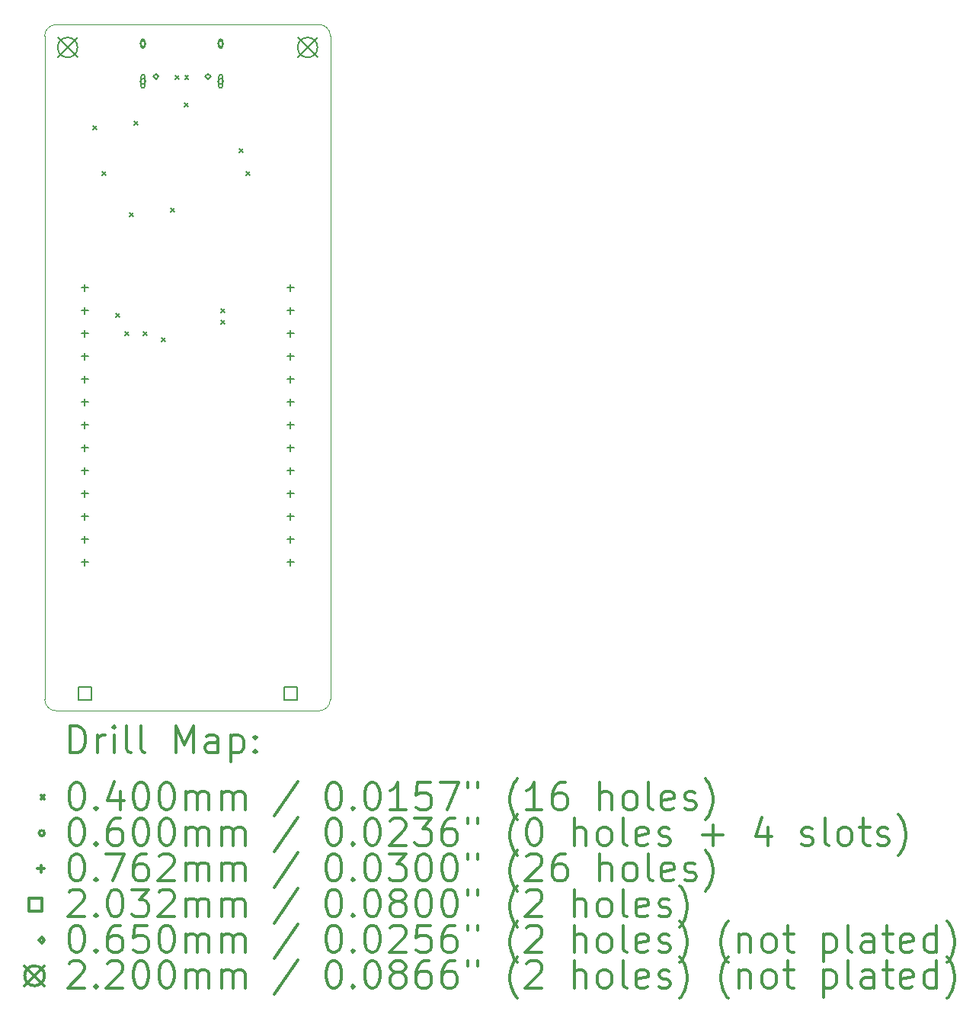
<source format=gbr>
%FSLAX45Y45*%
G04 Gerber Fmt 4.5, Leading zero omitted, Abs format (unit mm)*
G04 Created by KiCad (PCBNEW 5.1.10-88a1d61d58~88~ubuntu20.04.1) date 2021-06-06 21:07:58*
%MOMM*%
%LPD*%
G01*
G04 APERTURE LIST*
%TA.AperFunction,Profile*%
%ADD10C,0.050000*%
%TD*%
%ADD11C,0.200000*%
%ADD12C,0.300000*%
G04 APERTURE END LIST*
D10*
X5080000Y-4572000D02*
G75*
G02*
X5207000Y-4445000I127000J0D01*
G01*
X5207000Y-12065000D02*
G75*
G02*
X5080000Y-11938000I0J127000D01*
G01*
X8255000Y-11938000D02*
G75*
G02*
X8128000Y-12065000I-127000J0D01*
G01*
X8128000Y-4445000D02*
G75*
G02*
X8255000Y-4572000I0J-127000D01*
G01*
X5080000Y-4572000D02*
X5080000Y-11938000D01*
X8128000Y-4445000D02*
X5207000Y-4445000D01*
X8255000Y-11938000D02*
X8255000Y-4572000D01*
X5207000Y-12065000D02*
X8128000Y-12065000D01*
D11*
X5618800Y-5568000D02*
X5658800Y-5608000D01*
X5658800Y-5568000D02*
X5618800Y-5608000D01*
X5720400Y-6076000D02*
X5760400Y-6116000D01*
X5760400Y-6076000D02*
X5720400Y-6116000D01*
X5872800Y-7650800D02*
X5912800Y-7690800D01*
X5912800Y-7650800D02*
X5872800Y-7690800D01*
X5974400Y-7854000D02*
X6014400Y-7894000D01*
X6014400Y-7854000D02*
X5974400Y-7894000D01*
X6025200Y-6533200D02*
X6065200Y-6573200D01*
X6065200Y-6533200D02*
X6025200Y-6573200D01*
X6076000Y-5517200D02*
X6116000Y-5557200D01*
X6116000Y-5517200D02*
X6076000Y-5557200D01*
X6177600Y-7854000D02*
X6217600Y-7894000D01*
X6217600Y-7854000D02*
X6177600Y-7894000D01*
X6380800Y-7926500D02*
X6420800Y-7966500D01*
X6420800Y-7926500D02*
X6380800Y-7966500D01*
X6482400Y-6482400D02*
X6522400Y-6522400D01*
X6522400Y-6482400D02*
X6482400Y-6522400D01*
X6533200Y-5009200D02*
X6573200Y-5049200D01*
X6573200Y-5009200D02*
X6533200Y-5049200D01*
X6634800Y-5314000D02*
X6674800Y-5354000D01*
X6674800Y-5314000D02*
X6634800Y-5354000D01*
X6637524Y-5010993D02*
X6677524Y-5050993D01*
X6677524Y-5010993D02*
X6637524Y-5050993D01*
X7041200Y-7600000D02*
X7081200Y-7640000D01*
X7081200Y-7600000D02*
X7041200Y-7640000D01*
X7041200Y-7731699D02*
X7081200Y-7771699D01*
X7081200Y-7731699D02*
X7041200Y-7771699D01*
X7244400Y-5822000D02*
X7284400Y-5862000D01*
X7284400Y-5822000D02*
X7244400Y-5862000D01*
X7316900Y-6076000D02*
X7356900Y-6116000D01*
X7356900Y-6076000D02*
X7316900Y-6116000D01*
X6202000Y-4657500D02*
G75*
G03*
X6202000Y-4657500I-30000J0D01*
G01*
X6192000Y-4687500D02*
X6192000Y-4627500D01*
X6152000Y-4687500D02*
X6152000Y-4627500D01*
X6192000Y-4627500D02*
G75*
G03*
X6152000Y-4627500I-20000J0D01*
G01*
X6152000Y-4687500D02*
G75*
G03*
X6192000Y-4687500I20000J0D01*
G01*
X6202000Y-5075500D02*
G75*
G03*
X6202000Y-5075500I-30000J0D01*
G01*
X6192000Y-5130500D02*
X6192000Y-5020500D01*
X6152000Y-5130500D02*
X6152000Y-5020500D01*
X6192000Y-5020500D02*
G75*
G03*
X6152000Y-5020500I-20000J0D01*
G01*
X6152000Y-5130500D02*
G75*
G03*
X6192000Y-5130500I20000J0D01*
G01*
X7066000Y-4657500D02*
G75*
G03*
X7066000Y-4657500I-30000J0D01*
G01*
X7056000Y-4687500D02*
X7056000Y-4627500D01*
X7016000Y-4687500D02*
X7016000Y-4627500D01*
X7056000Y-4627500D02*
G75*
G03*
X7016000Y-4627500I-20000J0D01*
G01*
X7016000Y-4687500D02*
G75*
G03*
X7056000Y-4687500I20000J0D01*
G01*
X7066000Y-5075500D02*
G75*
G03*
X7066000Y-5075500I-30000J0D01*
G01*
X7056000Y-5130500D02*
X7056000Y-5020500D01*
X7016000Y-5130500D02*
X7016000Y-5020500D01*
X7056000Y-5020500D02*
G75*
G03*
X7016000Y-5020500I-20000J0D01*
G01*
X7016000Y-5130500D02*
G75*
G03*
X7056000Y-5130500I20000J0D01*
G01*
X5524500Y-7327900D02*
X5524500Y-7404100D01*
X5486400Y-7366000D02*
X5562600Y-7366000D01*
X5524500Y-7581900D02*
X5524500Y-7658100D01*
X5486400Y-7620000D02*
X5562600Y-7620000D01*
X5524500Y-7835900D02*
X5524500Y-7912100D01*
X5486400Y-7874000D02*
X5562600Y-7874000D01*
X5524500Y-8089900D02*
X5524500Y-8166100D01*
X5486400Y-8128000D02*
X5562600Y-8128000D01*
X5524500Y-8343900D02*
X5524500Y-8420100D01*
X5486400Y-8382000D02*
X5562600Y-8382000D01*
X5524500Y-8597900D02*
X5524500Y-8674100D01*
X5486400Y-8636000D02*
X5562600Y-8636000D01*
X5524500Y-8851900D02*
X5524500Y-8928100D01*
X5486400Y-8890000D02*
X5562600Y-8890000D01*
X5524500Y-9105900D02*
X5524500Y-9182100D01*
X5486400Y-9144000D02*
X5562600Y-9144000D01*
X5524500Y-9359900D02*
X5524500Y-9436100D01*
X5486400Y-9398000D02*
X5562600Y-9398000D01*
X5524500Y-9613900D02*
X5524500Y-9690100D01*
X5486400Y-9652000D02*
X5562600Y-9652000D01*
X5524500Y-9867900D02*
X5524500Y-9944100D01*
X5486400Y-9906000D02*
X5562600Y-9906000D01*
X5524500Y-10121900D02*
X5524500Y-10198100D01*
X5486400Y-10160000D02*
X5562600Y-10160000D01*
X5524500Y-10375900D02*
X5524500Y-10452100D01*
X5486400Y-10414000D02*
X5562600Y-10414000D01*
X7810500Y-7327900D02*
X7810500Y-7404100D01*
X7772400Y-7366000D02*
X7848600Y-7366000D01*
X7810500Y-7581900D02*
X7810500Y-7658100D01*
X7772400Y-7620000D02*
X7848600Y-7620000D01*
X7810500Y-7835900D02*
X7810500Y-7912100D01*
X7772400Y-7874000D02*
X7848600Y-7874000D01*
X7810500Y-8089900D02*
X7810500Y-8166100D01*
X7772400Y-8128000D02*
X7848600Y-8128000D01*
X7810500Y-8343900D02*
X7810500Y-8420100D01*
X7772400Y-8382000D02*
X7848600Y-8382000D01*
X7810500Y-8597900D02*
X7810500Y-8674100D01*
X7772400Y-8636000D02*
X7848600Y-8636000D01*
X7810500Y-8851900D02*
X7810500Y-8928100D01*
X7772400Y-8890000D02*
X7848600Y-8890000D01*
X7810500Y-9105900D02*
X7810500Y-9182100D01*
X7772400Y-9144000D02*
X7848600Y-9144000D01*
X7810500Y-9359900D02*
X7810500Y-9436100D01*
X7772400Y-9398000D02*
X7848600Y-9398000D01*
X7810500Y-9613900D02*
X7810500Y-9690100D01*
X7772400Y-9652000D02*
X7848600Y-9652000D01*
X7810500Y-9867900D02*
X7810500Y-9944100D01*
X7772400Y-9906000D02*
X7848600Y-9906000D01*
X7810500Y-10121900D02*
X7810500Y-10198100D01*
X7772400Y-10160000D02*
X7848600Y-10160000D01*
X7810500Y-10375900D02*
X7810500Y-10452100D01*
X7772400Y-10414000D02*
X7848600Y-10414000D01*
X5596343Y-11946343D02*
X5596343Y-11802657D01*
X5452657Y-11802657D01*
X5452657Y-11946343D01*
X5596343Y-11946343D01*
X7882343Y-11946343D02*
X7882343Y-11802657D01*
X7738657Y-11802657D01*
X7738657Y-11946343D01*
X7882343Y-11946343D01*
X6315000Y-5055000D02*
X6347500Y-5022500D01*
X6315000Y-4990000D01*
X6282500Y-5022500D01*
X6315000Y-5055000D01*
X6893000Y-5055000D02*
X6925500Y-5022500D01*
X6893000Y-4990000D01*
X6860500Y-5022500D01*
X6893000Y-5055000D01*
X5224000Y-4589000D02*
X5444000Y-4809000D01*
X5444000Y-4589000D02*
X5224000Y-4809000D01*
X5444000Y-4699000D02*
G75*
G03*
X5444000Y-4699000I-110000J0D01*
G01*
X7891000Y-4589000D02*
X8111000Y-4809000D01*
X8111000Y-4589000D02*
X7891000Y-4809000D01*
X8111000Y-4699000D02*
G75*
G03*
X8111000Y-4699000I-110000J0D01*
G01*
D12*
X5363928Y-12533214D02*
X5363928Y-12233214D01*
X5435357Y-12233214D01*
X5478214Y-12247500D01*
X5506786Y-12276071D01*
X5521071Y-12304643D01*
X5535357Y-12361786D01*
X5535357Y-12404643D01*
X5521071Y-12461786D01*
X5506786Y-12490357D01*
X5478214Y-12518929D01*
X5435357Y-12533214D01*
X5363928Y-12533214D01*
X5663928Y-12533214D02*
X5663928Y-12333214D01*
X5663928Y-12390357D02*
X5678214Y-12361786D01*
X5692500Y-12347500D01*
X5721071Y-12333214D01*
X5749643Y-12333214D01*
X5849643Y-12533214D02*
X5849643Y-12333214D01*
X5849643Y-12233214D02*
X5835357Y-12247500D01*
X5849643Y-12261786D01*
X5863928Y-12247500D01*
X5849643Y-12233214D01*
X5849643Y-12261786D01*
X6035357Y-12533214D02*
X6006786Y-12518929D01*
X5992500Y-12490357D01*
X5992500Y-12233214D01*
X6192500Y-12533214D02*
X6163928Y-12518929D01*
X6149643Y-12490357D01*
X6149643Y-12233214D01*
X6535357Y-12533214D02*
X6535357Y-12233214D01*
X6635357Y-12447500D01*
X6735357Y-12233214D01*
X6735357Y-12533214D01*
X7006786Y-12533214D02*
X7006786Y-12376071D01*
X6992500Y-12347500D01*
X6963928Y-12333214D01*
X6906786Y-12333214D01*
X6878214Y-12347500D01*
X7006786Y-12518929D02*
X6978214Y-12533214D01*
X6906786Y-12533214D01*
X6878214Y-12518929D01*
X6863928Y-12490357D01*
X6863928Y-12461786D01*
X6878214Y-12433214D01*
X6906786Y-12418929D01*
X6978214Y-12418929D01*
X7006786Y-12404643D01*
X7149643Y-12333214D02*
X7149643Y-12633214D01*
X7149643Y-12347500D02*
X7178214Y-12333214D01*
X7235357Y-12333214D01*
X7263928Y-12347500D01*
X7278214Y-12361786D01*
X7292500Y-12390357D01*
X7292500Y-12476071D01*
X7278214Y-12504643D01*
X7263928Y-12518929D01*
X7235357Y-12533214D01*
X7178214Y-12533214D01*
X7149643Y-12518929D01*
X7421071Y-12504643D02*
X7435357Y-12518929D01*
X7421071Y-12533214D01*
X7406786Y-12518929D01*
X7421071Y-12504643D01*
X7421071Y-12533214D01*
X7421071Y-12347500D02*
X7435357Y-12361786D01*
X7421071Y-12376071D01*
X7406786Y-12361786D01*
X7421071Y-12347500D01*
X7421071Y-12376071D01*
X5037500Y-13007500D02*
X5077500Y-13047500D01*
X5077500Y-13007500D02*
X5037500Y-13047500D01*
X5421071Y-12863214D02*
X5449643Y-12863214D01*
X5478214Y-12877500D01*
X5492500Y-12891786D01*
X5506786Y-12920357D01*
X5521071Y-12977500D01*
X5521071Y-13048929D01*
X5506786Y-13106071D01*
X5492500Y-13134643D01*
X5478214Y-13148929D01*
X5449643Y-13163214D01*
X5421071Y-13163214D01*
X5392500Y-13148929D01*
X5378214Y-13134643D01*
X5363928Y-13106071D01*
X5349643Y-13048929D01*
X5349643Y-12977500D01*
X5363928Y-12920357D01*
X5378214Y-12891786D01*
X5392500Y-12877500D01*
X5421071Y-12863214D01*
X5649643Y-13134643D02*
X5663928Y-13148929D01*
X5649643Y-13163214D01*
X5635357Y-13148929D01*
X5649643Y-13134643D01*
X5649643Y-13163214D01*
X5921071Y-12963214D02*
X5921071Y-13163214D01*
X5849643Y-12848929D02*
X5778214Y-13063214D01*
X5963928Y-13063214D01*
X6135357Y-12863214D02*
X6163928Y-12863214D01*
X6192500Y-12877500D01*
X6206786Y-12891786D01*
X6221071Y-12920357D01*
X6235357Y-12977500D01*
X6235357Y-13048929D01*
X6221071Y-13106071D01*
X6206786Y-13134643D01*
X6192500Y-13148929D01*
X6163928Y-13163214D01*
X6135357Y-13163214D01*
X6106786Y-13148929D01*
X6092500Y-13134643D01*
X6078214Y-13106071D01*
X6063928Y-13048929D01*
X6063928Y-12977500D01*
X6078214Y-12920357D01*
X6092500Y-12891786D01*
X6106786Y-12877500D01*
X6135357Y-12863214D01*
X6421071Y-12863214D02*
X6449643Y-12863214D01*
X6478214Y-12877500D01*
X6492500Y-12891786D01*
X6506786Y-12920357D01*
X6521071Y-12977500D01*
X6521071Y-13048929D01*
X6506786Y-13106071D01*
X6492500Y-13134643D01*
X6478214Y-13148929D01*
X6449643Y-13163214D01*
X6421071Y-13163214D01*
X6392500Y-13148929D01*
X6378214Y-13134643D01*
X6363928Y-13106071D01*
X6349643Y-13048929D01*
X6349643Y-12977500D01*
X6363928Y-12920357D01*
X6378214Y-12891786D01*
X6392500Y-12877500D01*
X6421071Y-12863214D01*
X6649643Y-13163214D02*
X6649643Y-12963214D01*
X6649643Y-12991786D02*
X6663928Y-12977500D01*
X6692500Y-12963214D01*
X6735357Y-12963214D01*
X6763928Y-12977500D01*
X6778214Y-13006071D01*
X6778214Y-13163214D01*
X6778214Y-13006071D02*
X6792500Y-12977500D01*
X6821071Y-12963214D01*
X6863928Y-12963214D01*
X6892500Y-12977500D01*
X6906786Y-13006071D01*
X6906786Y-13163214D01*
X7049643Y-13163214D02*
X7049643Y-12963214D01*
X7049643Y-12991786D02*
X7063928Y-12977500D01*
X7092500Y-12963214D01*
X7135357Y-12963214D01*
X7163928Y-12977500D01*
X7178214Y-13006071D01*
X7178214Y-13163214D01*
X7178214Y-13006071D02*
X7192500Y-12977500D01*
X7221071Y-12963214D01*
X7263928Y-12963214D01*
X7292500Y-12977500D01*
X7306786Y-13006071D01*
X7306786Y-13163214D01*
X7892500Y-12848929D02*
X7635357Y-13234643D01*
X8278214Y-12863214D02*
X8306786Y-12863214D01*
X8335357Y-12877500D01*
X8349643Y-12891786D01*
X8363928Y-12920357D01*
X8378214Y-12977500D01*
X8378214Y-13048929D01*
X8363928Y-13106071D01*
X8349643Y-13134643D01*
X8335357Y-13148929D01*
X8306786Y-13163214D01*
X8278214Y-13163214D01*
X8249643Y-13148929D01*
X8235357Y-13134643D01*
X8221071Y-13106071D01*
X8206786Y-13048929D01*
X8206786Y-12977500D01*
X8221071Y-12920357D01*
X8235357Y-12891786D01*
X8249643Y-12877500D01*
X8278214Y-12863214D01*
X8506786Y-13134643D02*
X8521071Y-13148929D01*
X8506786Y-13163214D01*
X8492500Y-13148929D01*
X8506786Y-13134643D01*
X8506786Y-13163214D01*
X8706786Y-12863214D02*
X8735357Y-12863214D01*
X8763928Y-12877500D01*
X8778214Y-12891786D01*
X8792500Y-12920357D01*
X8806786Y-12977500D01*
X8806786Y-13048929D01*
X8792500Y-13106071D01*
X8778214Y-13134643D01*
X8763928Y-13148929D01*
X8735357Y-13163214D01*
X8706786Y-13163214D01*
X8678214Y-13148929D01*
X8663928Y-13134643D01*
X8649643Y-13106071D01*
X8635357Y-13048929D01*
X8635357Y-12977500D01*
X8649643Y-12920357D01*
X8663928Y-12891786D01*
X8678214Y-12877500D01*
X8706786Y-12863214D01*
X9092500Y-13163214D02*
X8921071Y-13163214D01*
X9006786Y-13163214D02*
X9006786Y-12863214D01*
X8978214Y-12906071D01*
X8949643Y-12934643D01*
X8921071Y-12948929D01*
X9363928Y-12863214D02*
X9221071Y-12863214D01*
X9206786Y-13006071D01*
X9221071Y-12991786D01*
X9249643Y-12977500D01*
X9321071Y-12977500D01*
X9349643Y-12991786D01*
X9363928Y-13006071D01*
X9378214Y-13034643D01*
X9378214Y-13106071D01*
X9363928Y-13134643D01*
X9349643Y-13148929D01*
X9321071Y-13163214D01*
X9249643Y-13163214D01*
X9221071Y-13148929D01*
X9206786Y-13134643D01*
X9478214Y-12863214D02*
X9678214Y-12863214D01*
X9549643Y-13163214D01*
X9778214Y-12863214D02*
X9778214Y-12920357D01*
X9892500Y-12863214D02*
X9892500Y-12920357D01*
X10335357Y-13277500D02*
X10321071Y-13263214D01*
X10292500Y-13220357D01*
X10278214Y-13191786D01*
X10263928Y-13148929D01*
X10249643Y-13077500D01*
X10249643Y-13020357D01*
X10263928Y-12948929D01*
X10278214Y-12906071D01*
X10292500Y-12877500D01*
X10321071Y-12834643D01*
X10335357Y-12820357D01*
X10606786Y-13163214D02*
X10435357Y-13163214D01*
X10521071Y-13163214D02*
X10521071Y-12863214D01*
X10492500Y-12906071D01*
X10463928Y-12934643D01*
X10435357Y-12948929D01*
X10863928Y-12863214D02*
X10806786Y-12863214D01*
X10778214Y-12877500D01*
X10763928Y-12891786D01*
X10735357Y-12934643D01*
X10721071Y-12991786D01*
X10721071Y-13106071D01*
X10735357Y-13134643D01*
X10749643Y-13148929D01*
X10778214Y-13163214D01*
X10835357Y-13163214D01*
X10863928Y-13148929D01*
X10878214Y-13134643D01*
X10892500Y-13106071D01*
X10892500Y-13034643D01*
X10878214Y-13006071D01*
X10863928Y-12991786D01*
X10835357Y-12977500D01*
X10778214Y-12977500D01*
X10749643Y-12991786D01*
X10735357Y-13006071D01*
X10721071Y-13034643D01*
X11249643Y-13163214D02*
X11249643Y-12863214D01*
X11378214Y-13163214D02*
X11378214Y-13006071D01*
X11363928Y-12977500D01*
X11335357Y-12963214D01*
X11292500Y-12963214D01*
X11263928Y-12977500D01*
X11249643Y-12991786D01*
X11563928Y-13163214D02*
X11535357Y-13148929D01*
X11521071Y-13134643D01*
X11506786Y-13106071D01*
X11506786Y-13020357D01*
X11521071Y-12991786D01*
X11535357Y-12977500D01*
X11563928Y-12963214D01*
X11606786Y-12963214D01*
X11635357Y-12977500D01*
X11649643Y-12991786D01*
X11663928Y-13020357D01*
X11663928Y-13106071D01*
X11649643Y-13134643D01*
X11635357Y-13148929D01*
X11606786Y-13163214D01*
X11563928Y-13163214D01*
X11835357Y-13163214D02*
X11806786Y-13148929D01*
X11792500Y-13120357D01*
X11792500Y-12863214D01*
X12063928Y-13148929D02*
X12035357Y-13163214D01*
X11978214Y-13163214D01*
X11949643Y-13148929D01*
X11935357Y-13120357D01*
X11935357Y-13006071D01*
X11949643Y-12977500D01*
X11978214Y-12963214D01*
X12035357Y-12963214D01*
X12063928Y-12977500D01*
X12078214Y-13006071D01*
X12078214Y-13034643D01*
X11935357Y-13063214D01*
X12192500Y-13148929D02*
X12221071Y-13163214D01*
X12278214Y-13163214D01*
X12306786Y-13148929D01*
X12321071Y-13120357D01*
X12321071Y-13106071D01*
X12306786Y-13077500D01*
X12278214Y-13063214D01*
X12235357Y-13063214D01*
X12206786Y-13048929D01*
X12192500Y-13020357D01*
X12192500Y-13006071D01*
X12206786Y-12977500D01*
X12235357Y-12963214D01*
X12278214Y-12963214D01*
X12306786Y-12977500D01*
X12421071Y-13277500D02*
X12435357Y-13263214D01*
X12463928Y-13220357D01*
X12478214Y-13191786D01*
X12492500Y-13148929D01*
X12506786Y-13077500D01*
X12506786Y-13020357D01*
X12492500Y-12948929D01*
X12478214Y-12906071D01*
X12463928Y-12877500D01*
X12435357Y-12834643D01*
X12421071Y-12820357D01*
X5077500Y-13423500D02*
G75*
G03*
X5077500Y-13423500I-30000J0D01*
G01*
X5421071Y-13259214D02*
X5449643Y-13259214D01*
X5478214Y-13273500D01*
X5492500Y-13287786D01*
X5506786Y-13316357D01*
X5521071Y-13373500D01*
X5521071Y-13444929D01*
X5506786Y-13502071D01*
X5492500Y-13530643D01*
X5478214Y-13544929D01*
X5449643Y-13559214D01*
X5421071Y-13559214D01*
X5392500Y-13544929D01*
X5378214Y-13530643D01*
X5363928Y-13502071D01*
X5349643Y-13444929D01*
X5349643Y-13373500D01*
X5363928Y-13316357D01*
X5378214Y-13287786D01*
X5392500Y-13273500D01*
X5421071Y-13259214D01*
X5649643Y-13530643D02*
X5663928Y-13544929D01*
X5649643Y-13559214D01*
X5635357Y-13544929D01*
X5649643Y-13530643D01*
X5649643Y-13559214D01*
X5921071Y-13259214D02*
X5863928Y-13259214D01*
X5835357Y-13273500D01*
X5821071Y-13287786D01*
X5792500Y-13330643D01*
X5778214Y-13387786D01*
X5778214Y-13502071D01*
X5792500Y-13530643D01*
X5806786Y-13544929D01*
X5835357Y-13559214D01*
X5892500Y-13559214D01*
X5921071Y-13544929D01*
X5935357Y-13530643D01*
X5949643Y-13502071D01*
X5949643Y-13430643D01*
X5935357Y-13402071D01*
X5921071Y-13387786D01*
X5892500Y-13373500D01*
X5835357Y-13373500D01*
X5806786Y-13387786D01*
X5792500Y-13402071D01*
X5778214Y-13430643D01*
X6135357Y-13259214D02*
X6163928Y-13259214D01*
X6192500Y-13273500D01*
X6206786Y-13287786D01*
X6221071Y-13316357D01*
X6235357Y-13373500D01*
X6235357Y-13444929D01*
X6221071Y-13502071D01*
X6206786Y-13530643D01*
X6192500Y-13544929D01*
X6163928Y-13559214D01*
X6135357Y-13559214D01*
X6106786Y-13544929D01*
X6092500Y-13530643D01*
X6078214Y-13502071D01*
X6063928Y-13444929D01*
X6063928Y-13373500D01*
X6078214Y-13316357D01*
X6092500Y-13287786D01*
X6106786Y-13273500D01*
X6135357Y-13259214D01*
X6421071Y-13259214D02*
X6449643Y-13259214D01*
X6478214Y-13273500D01*
X6492500Y-13287786D01*
X6506786Y-13316357D01*
X6521071Y-13373500D01*
X6521071Y-13444929D01*
X6506786Y-13502071D01*
X6492500Y-13530643D01*
X6478214Y-13544929D01*
X6449643Y-13559214D01*
X6421071Y-13559214D01*
X6392500Y-13544929D01*
X6378214Y-13530643D01*
X6363928Y-13502071D01*
X6349643Y-13444929D01*
X6349643Y-13373500D01*
X6363928Y-13316357D01*
X6378214Y-13287786D01*
X6392500Y-13273500D01*
X6421071Y-13259214D01*
X6649643Y-13559214D02*
X6649643Y-13359214D01*
X6649643Y-13387786D02*
X6663928Y-13373500D01*
X6692500Y-13359214D01*
X6735357Y-13359214D01*
X6763928Y-13373500D01*
X6778214Y-13402071D01*
X6778214Y-13559214D01*
X6778214Y-13402071D02*
X6792500Y-13373500D01*
X6821071Y-13359214D01*
X6863928Y-13359214D01*
X6892500Y-13373500D01*
X6906786Y-13402071D01*
X6906786Y-13559214D01*
X7049643Y-13559214D02*
X7049643Y-13359214D01*
X7049643Y-13387786D02*
X7063928Y-13373500D01*
X7092500Y-13359214D01*
X7135357Y-13359214D01*
X7163928Y-13373500D01*
X7178214Y-13402071D01*
X7178214Y-13559214D01*
X7178214Y-13402071D02*
X7192500Y-13373500D01*
X7221071Y-13359214D01*
X7263928Y-13359214D01*
X7292500Y-13373500D01*
X7306786Y-13402071D01*
X7306786Y-13559214D01*
X7892500Y-13244929D02*
X7635357Y-13630643D01*
X8278214Y-13259214D02*
X8306786Y-13259214D01*
X8335357Y-13273500D01*
X8349643Y-13287786D01*
X8363928Y-13316357D01*
X8378214Y-13373500D01*
X8378214Y-13444929D01*
X8363928Y-13502071D01*
X8349643Y-13530643D01*
X8335357Y-13544929D01*
X8306786Y-13559214D01*
X8278214Y-13559214D01*
X8249643Y-13544929D01*
X8235357Y-13530643D01*
X8221071Y-13502071D01*
X8206786Y-13444929D01*
X8206786Y-13373500D01*
X8221071Y-13316357D01*
X8235357Y-13287786D01*
X8249643Y-13273500D01*
X8278214Y-13259214D01*
X8506786Y-13530643D02*
X8521071Y-13544929D01*
X8506786Y-13559214D01*
X8492500Y-13544929D01*
X8506786Y-13530643D01*
X8506786Y-13559214D01*
X8706786Y-13259214D02*
X8735357Y-13259214D01*
X8763928Y-13273500D01*
X8778214Y-13287786D01*
X8792500Y-13316357D01*
X8806786Y-13373500D01*
X8806786Y-13444929D01*
X8792500Y-13502071D01*
X8778214Y-13530643D01*
X8763928Y-13544929D01*
X8735357Y-13559214D01*
X8706786Y-13559214D01*
X8678214Y-13544929D01*
X8663928Y-13530643D01*
X8649643Y-13502071D01*
X8635357Y-13444929D01*
X8635357Y-13373500D01*
X8649643Y-13316357D01*
X8663928Y-13287786D01*
X8678214Y-13273500D01*
X8706786Y-13259214D01*
X8921071Y-13287786D02*
X8935357Y-13273500D01*
X8963928Y-13259214D01*
X9035357Y-13259214D01*
X9063928Y-13273500D01*
X9078214Y-13287786D01*
X9092500Y-13316357D01*
X9092500Y-13344929D01*
X9078214Y-13387786D01*
X8906786Y-13559214D01*
X9092500Y-13559214D01*
X9192500Y-13259214D02*
X9378214Y-13259214D01*
X9278214Y-13373500D01*
X9321071Y-13373500D01*
X9349643Y-13387786D01*
X9363928Y-13402071D01*
X9378214Y-13430643D01*
X9378214Y-13502071D01*
X9363928Y-13530643D01*
X9349643Y-13544929D01*
X9321071Y-13559214D01*
X9235357Y-13559214D01*
X9206786Y-13544929D01*
X9192500Y-13530643D01*
X9635357Y-13259214D02*
X9578214Y-13259214D01*
X9549643Y-13273500D01*
X9535357Y-13287786D01*
X9506786Y-13330643D01*
X9492500Y-13387786D01*
X9492500Y-13502071D01*
X9506786Y-13530643D01*
X9521071Y-13544929D01*
X9549643Y-13559214D01*
X9606786Y-13559214D01*
X9635357Y-13544929D01*
X9649643Y-13530643D01*
X9663928Y-13502071D01*
X9663928Y-13430643D01*
X9649643Y-13402071D01*
X9635357Y-13387786D01*
X9606786Y-13373500D01*
X9549643Y-13373500D01*
X9521071Y-13387786D01*
X9506786Y-13402071D01*
X9492500Y-13430643D01*
X9778214Y-13259214D02*
X9778214Y-13316357D01*
X9892500Y-13259214D02*
X9892500Y-13316357D01*
X10335357Y-13673500D02*
X10321071Y-13659214D01*
X10292500Y-13616357D01*
X10278214Y-13587786D01*
X10263928Y-13544929D01*
X10249643Y-13473500D01*
X10249643Y-13416357D01*
X10263928Y-13344929D01*
X10278214Y-13302071D01*
X10292500Y-13273500D01*
X10321071Y-13230643D01*
X10335357Y-13216357D01*
X10506786Y-13259214D02*
X10535357Y-13259214D01*
X10563928Y-13273500D01*
X10578214Y-13287786D01*
X10592500Y-13316357D01*
X10606786Y-13373500D01*
X10606786Y-13444929D01*
X10592500Y-13502071D01*
X10578214Y-13530643D01*
X10563928Y-13544929D01*
X10535357Y-13559214D01*
X10506786Y-13559214D01*
X10478214Y-13544929D01*
X10463928Y-13530643D01*
X10449643Y-13502071D01*
X10435357Y-13444929D01*
X10435357Y-13373500D01*
X10449643Y-13316357D01*
X10463928Y-13287786D01*
X10478214Y-13273500D01*
X10506786Y-13259214D01*
X10963928Y-13559214D02*
X10963928Y-13259214D01*
X11092500Y-13559214D02*
X11092500Y-13402071D01*
X11078214Y-13373500D01*
X11049643Y-13359214D01*
X11006786Y-13359214D01*
X10978214Y-13373500D01*
X10963928Y-13387786D01*
X11278214Y-13559214D02*
X11249643Y-13544929D01*
X11235357Y-13530643D01*
X11221071Y-13502071D01*
X11221071Y-13416357D01*
X11235357Y-13387786D01*
X11249643Y-13373500D01*
X11278214Y-13359214D01*
X11321071Y-13359214D01*
X11349643Y-13373500D01*
X11363928Y-13387786D01*
X11378214Y-13416357D01*
X11378214Y-13502071D01*
X11363928Y-13530643D01*
X11349643Y-13544929D01*
X11321071Y-13559214D01*
X11278214Y-13559214D01*
X11549643Y-13559214D02*
X11521071Y-13544929D01*
X11506786Y-13516357D01*
X11506786Y-13259214D01*
X11778214Y-13544929D02*
X11749643Y-13559214D01*
X11692500Y-13559214D01*
X11663928Y-13544929D01*
X11649643Y-13516357D01*
X11649643Y-13402071D01*
X11663928Y-13373500D01*
X11692500Y-13359214D01*
X11749643Y-13359214D01*
X11778214Y-13373500D01*
X11792500Y-13402071D01*
X11792500Y-13430643D01*
X11649643Y-13459214D01*
X11906786Y-13544929D02*
X11935357Y-13559214D01*
X11992500Y-13559214D01*
X12021071Y-13544929D01*
X12035357Y-13516357D01*
X12035357Y-13502071D01*
X12021071Y-13473500D01*
X11992500Y-13459214D01*
X11949643Y-13459214D01*
X11921071Y-13444929D01*
X11906786Y-13416357D01*
X11906786Y-13402071D01*
X11921071Y-13373500D01*
X11949643Y-13359214D01*
X11992500Y-13359214D01*
X12021071Y-13373500D01*
X12392500Y-13444929D02*
X12621071Y-13444929D01*
X12506786Y-13559214D02*
X12506786Y-13330643D01*
X13121071Y-13359214D02*
X13121071Y-13559214D01*
X13049643Y-13244929D02*
X12978214Y-13459214D01*
X13163928Y-13459214D01*
X13492500Y-13544929D02*
X13521071Y-13559214D01*
X13578214Y-13559214D01*
X13606786Y-13544929D01*
X13621071Y-13516357D01*
X13621071Y-13502071D01*
X13606786Y-13473500D01*
X13578214Y-13459214D01*
X13535357Y-13459214D01*
X13506786Y-13444929D01*
X13492500Y-13416357D01*
X13492500Y-13402071D01*
X13506786Y-13373500D01*
X13535357Y-13359214D01*
X13578214Y-13359214D01*
X13606786Y-13373500D01*
X13792500Y-13559214D02*
X13763928Y-13544929D01*
X13749643Y-13516357D01*
X13749643Y-13259214D01*
X13949643Y-13559214D02*
X13921071Y-13544929D01*
X13906786Y-13530643D01*
X13892500Y-13502071D01*
X13892500Y-13416357D01*
X13906786Y-13387786D01*
X13921071Y-13373500D01*
X13949643Y-13359214D01*
X13992500Y-13359214D01*
X14021071Y-13373500D01*
X14035357Y-13387786D01*
X14049643Y-13416357D01*
X14049643Y-13502071D01*
X14035357Y-13530643D01*
X14021071Y-13544929D01*
X13992500Y-13559214D01*
X13949643Y-13559214D01*
X14135357Y-13359214D02*
X14249643Y-13359214D01*
X14178214Y-13259214D02*
X14178214Y-13516357D01*
X14192500Y-13544929D01*
X14221071Y-13559214D01*
X14249643Y-13559214D01*
X14335357Y-13544929D02*
X14363928Y-13559214D01*
X14421071Y-13559214D01*
X14449643Y-13544929D01*
X14463928Y-13516357D01*
X14463928Y-13502071D01*
X14449643Y-13473500D01*
X14421071Y-13459214D01*
X14378214Y-13459214D01*
X14349643Y-13444929D01*
X14335357Y-13416357D01*
X14335357Y-13402071D01*
X14349643Y-13373500D01*
X14378214Y-13359214D01*
X14421071Y-13359214D01*
X14449643Y-13373500D01*
X14563928Y-13673500D02*
X14578214Y-13659214D01*
X14606786Y-13616357D01*
X14621071Y-13587786D01*
X14635357Y-13544929D01*
X14649643Y-13473500D01*
X14649643Y-13416357D01*
X14635357Y-13344929D01*
X14621071Y-13302071D01*
X14606786Y-13273500D01*
X14578214Y-13230643D01*
X14563928Y-13216357D01*
X5039400Y-13781400D02*
X5039400Y-13857600D01*
X5001300Y-13819500D02*
X5077500Y-13819500D01*
X5421071Y-13655214D02*
X5449643Y-13655214D01*
X5478214Y-13669500D01*
X5492500Y-13683786D01*
X5506786Y-13712357D01*
X5521071Y-13769500D01*
X5521071Y-13840929D01*
X5506786Y-13898071D01*
X5492500Y-13926643D01*
X5478214Y-13940929D01*
X5449643Y-13955214D01*
X5421071Y-13955214D01*
X5392500Y-13940929D01*
X5378214Y-13926643D01*
X5363928Y-13898071D01*
X5349643Y-13840929D01*
X5349643Y-13769500D01*
X5363928Y-13712357D01*
X5378214Y-13683786D01*
X5392500Y-13669500D01*
X5421071Y-13655214D01*
X5649643Y-13926643D02*
X5663928Y-13940929D01*
X5649643Y-13955214D01*
X5635357Y-13940929D01*
X5649643Y-13926643D01*
X5649643Y-13955214D01*
X5763928Y-13655214D02*
X5963928Y-13655214D01*
X5835357Y-13955214D01*
X6206786Y-13655214D02*
X6149643Y-13655214D01*
X6121071Y-13669500D01*
X6106786Y-13683786D01*
X6078214Y-13726643D01*
X6063928Y-13783786D01*
X6063928Y-13898071D01*
X6078214Y-13926643D01*
X6092500Y-13940929D01*
X6121071Y-13955214D01*
X6178214Y-13955214D01*
X6206786Y-13940929D01*
X6221071Y-13926643D01*
X6235357Y-13898071D01*
X6235357Y-13826643D01*
X6221071Y-13798071D01*
X6206786Y-13783786D01*
X6178214Y-13769500D01*
X6121071Y-13769500D01*
X6092500Y-13783786D01*
X6078214Y-13798071D01*
X6063928Y-13826643D01*
X6349643Y-13683786D02*
X6363928Y-13669500D01*
X6392500Y-13655214D01*
X6463928Y-13655214D01*
X6492500Y-13669500D01*
X6506786Y-13683786D01*
X6521071Y-13712357D01*
X6521071Y-13740929D01*
X6506786Y-13783786D01*
X6335357Y-13955214D01*
X6521071Y-13955214D01*
X6649643Y-13955214D02*
X6649643Y-13755214D01*
X6649643Y-13783786D02*
X6663928Y-13769500D01*
X6692500Y-13755214D01*
X6735357Y-13755214D01*
X6763928Y-13769500D01*
X6778214Y-13798071D01*
X6778214Y-13955214D01*
X6778214Y-13798071D02*
X6792500Y-13769500D01*
X6821071Y-13755214D01*
X6863928Y-13755214D01*
X6892500Y-13769500D01*
X6906786Y-13798071D01*
X6906786Y-13955214D01*
X7049643Y-13955214D02*
X7049643Y-13755214D01*
X7049643Y-13783786D02*
X7063928Y-13769500D01*
X7092500Y-13755214D01*
X7135357Y-13755214D01*
X7163928Y-13769500D01*
X7178214Y-13798071D01*
X7178214Y-13955214D01*
X7178214Y-13798071D02*
X7192500Y-13769500D01*
X7221071Y-13755214D01*
X7263928Y-13755214D01*
X7292500Y-13769500D01*
X7306786Y-13798071D01*
X7306786Y-13955214D01*
X7892500Y-13640929D02*
X7635357Y-14026643D01*
X8278214Y-13655214D02*
X8306786Y-13655214D01*
X8335357Y-13669500D01*
X8349643Y-13683786D01*
X8363928Y-13712357D01*
X8378214Y-13769500D01*
X8378214Y-13840929D01*
X8363928Y-13898071D01*
X8349643Y-13926643D01*
X8335357Y-13940929D01*
X8306786Y-13955214D01*
X8278214Y-13955214D01*
X8249643Y-13940929D01*
X8235357Y-13926643D01*
X8221071Y-13898071D01*
X8206786Y-13840929D01*
X8206786Y-13769500D01*
X8221071Y-13712357D01*
X8235357Y-13683786D01*
X8249643Y-13669500D01*
X8278214Y-13655214D01*
X8506786Y-13926643D02*
X8521071Y-13940929D01*
X8506786Y-13955214D01*
X8492500Y-13940929D01*
X8506786Y-13926643D01*
X8506786Y-13955214D01*
X8706786Y-13655214D02*
X8735357Y-13655214D01*
X8763928Y-13669500D01*
X8778214Y-13683786D01*
X8792500Y-13712357D01*
X8806786Y-13769500D01*
X8806786Y-13840929D01*
X8792500Y-13898071D01*
X8778214Y-13926643D01*
X8763928Y-13940929D01*
X8735357Y-13955214D01*
X8706786Y-13955214D01*
X8678214Y-13940929D01*
X8663928Y-13926643D01*
X8649643Y-13898071D01*
X8635357Y-13840929D01*
X8635357Y-13769500D01*
X8649643Y-13712357D01*
X8663928Y-13683786D01*
X8678214Y-13669500D01*
X8706786Y-13655214D01*
X8906786Y-13655214D02*
X9092500Y-13655214D01*
X8992500Y-13769500D01*
X9035357Y-13769500D01*
X9063928Y-13783786D01*
X9078214Y-13798071D01*
X9092500Y-13826643D01*
X9092500Y-13898071D01*
X9078214Y-13926643D01*
X9063928Y-13940929D01*
X9035357Y-13955214D01*
X8949643Y-13955214D01*
X8921071Y-13940929D01*
X8906786Y-13926643D01*
X9278214Y-13655214D02*
X9306786Y-13655214D01*
X9335357Y-13669500D01*
X9349643Y-13683786D01*
X9363928Y-13712357D01*
X9378214Y-13769500D01*
X9378214Y-13840929D01*
X9363928Y-13898071D01*
X9349643Y-13926643D01*
X9335357Y-13940929D01*
X9306786Y-13955214D01*
X9278214Y-13955214D01*
X9249643Y-13940929D01*
X9235357Y-13926643D01*
X9221071Y-13898071D01*
X9206786Y-13840929D01*
X9206786Y-13769500D01*
X9221071Y-13712357D01*
X9235357Y-13683786D01*
X9249643Y-13669500D01*
X9278214Y-13655214D01*
X9563928Y-13655214D02*
X9592500Y-13655214D01*
X9621071Y-13669500D01*
X9635357Y-13683786D01*
X9649643Y-13712357D01*
X9663928Y-13769500D01*
X9663928Y-13840929D01*
X9649643Y-13898071D01*
X9635357Y-13926643D01*
X9621071Y-13940929D01*
X9592500Y-13955214D01*
X9563928Y-13955214D01*
X9535357Y-13940929D01*
X9521071Y-13926643D01*
X9506786Y-13898071D01*
X9492500Y-13840929D01*
X9492500Y-13769500D01*
X9506786Y-13712357D01*
X9521071Y-13683786D01*
X9535357Y-13669500D01*
X9563928Y-13655214D01*
X9778214Y-13655214D02*
X9778214Y-13712357D01*
X9892500Y-13655214D02*
X9892500Y-13712357D01*
X10335357Y-14069500D02*
X10321071Y-14055214D01*
X10292500Y-14012357D01*
X10278214Y-13983786D01*
X10263928Y-13940929D01*
X10249643Y-13869500D01*
X10249643Y-13812357D01*
X10263928Y-13740929D01*
X10278214Y-13698071D01*
X10292500Y-13669500D01*
X10321071Y-13626643D01*
X10335357Y-13612357D01*
X10435357Y-13683786D02*
X10449643Y-13669500D01*
X10478214Y-13655214D01*
X10549643Y-13655214D01*
X10578214Y-13669500D01*
X10592500Y-13683786D01*
X10606786Y-13712357D01*
X10606786Y-13740929D01*
X10592500Y-13783786D01*
X10421071Y-13955214D01*
X10606786Y-13955214D01*
X10863928Y-13655214D02*
X10806786Y-13655214D01*
X10778214Y-13669500D01*
X10763928Y-13683786D01*
X10735357Y-13726643D01*
X10721071Y-13783786D01*
X10721071Y-13898071D01*
X10735357Y-13926643D01*
X10749643Y-13940929D01*
X10778214Y-13955214D01*
X10835357Y-13955214D01*
X10863928Y-13940929D01*
X10878214Y-13926643D01*
X10892500Y-13898071D01*
X10892500Y-13826643D01*
X10878214Y-13798071D01*
X10863928Y-13783786D01*
X10835357Y-13769500D01*
X10778214Y-13769500D01*
X10749643Y-13783786D01*
X10735357Y-13798071D01*
X10721071Y-13826643D01*
X11249643Y-13955214D02*
X11249643Y-13655214D01*
X11378214Y-13955214D02*
X11378214Y-13798071D01*
X11363928Y-13769500D01*
X11335357Y-13755214D01*
X11292500Y-13755214D01*
X11263928Y-13769500D01*
X11249643Y-13783786D01*
X11563928Y-13955214D02*
X11535357Y-13940929D01*
X11521071Y-13926643D01*
X11506786Y-13898071D01*
X11506786Y-13812357D01*
X11521071Y-13783786D01*
X11535357Y-13769500D01*
X11563928Y-13755214D01*
X11606786Y-13755214D01*
X11635357Y-13769500D01*
X11649643Y-13783786D01*
X11663928Y-13812357D01*
X11663928Y-13898071D01*
X11649643Y-13926643D01*
X11635357Y-13940929D01*
X11606786Y-13955214D01*
X11563928Y-13955214D01*
X11835357Y-13955214D02*
X11806786Y-13940929D01*
X11792500Y-13912357D01*
X11792500Y-13655214D01*
X12063928Y-13940929D02*
X12035357Y-13955214D01*
X11978214Y-13955214D01*
X11949643Y-13940929D01*
X11935357Y-13912357D01*
X11935357Y-13798071D01*
X11949643Y-13769500D01*
X11978214Y-13755214D01*
X12035357Y-13755214D01*
X12063928Y-13769500D01*
X12078214Y-13798071D01*
X12078214Y-13826643D01*
X11935357Y-13855214D01*
X12192500Y-13940929D02*
X12221071Y-13955214D01*
X12278214Y-13955214D01*
X12306786Y-13940929D01*
X12321071Y-13912357D01*
X12321071Y-13898071D01*
X12306786Y-13869500D01*
X12278214Y-13855214D01*
X12235357Y-13855214D01*
X12206786Y-13840929D01*
X12192500Y-13812357D01*
X12192500Y-13798071D01*
X12206786Y-13769500D01*
X12235357Y-13755214D01*
X12278214Y-13755214D01*
X12306786Y-13769500D01*
X12421071Y-14069500D02*
X12435357Y-14055214D01*
X12463928Y-14012357D01*
X12478214Y-13983786D01*
X12492500Y-13940929D01*
X12506786Y-13869500D01*
X12506786Y-13812357D01*
X12492500Y-13740929D01*
X12478214Y-13698071D01*
X12463928Y-13669500D01*
X12435357Y-13626643D01*
X12421071Y-13612357D01*
X5047743Y-14287343D02*
X5047743Y-14143657D01*
X4904057Y-14143657D01*
X4904057Y-14287343D01*
X5047743Y-14287343D01*
X5349643Y-14079786D02*
X5363928Y-14065500D01*
X5392500Y-14051214D01*
X5463928Y-14051214D01*
X5492500Y-14065500D01*
X5506786Y-14079786D01*
X5521071Y-14108357D01*
X5521071Y-14136929D01*
X5506786Y-14179786D01*
X5335357Y-14351214D01*
X5521071Y-14351214D01*
X5649643Y-14322643D02*
X5663928Y-14336929D01*
X5649643Y-14351214D01*
X5635357Y-14336929D01*
X5649643Y-14322643D01*
X5649643Y-14351214D01*
X5849643Y-14051214D02*
X5878214Y-14051214D01*
X5906786Y-14065500D01*
X5921071Y-14079786D01*
X5935357Y-14108357D01*
X5949643Y-14165500D01*
X5949643Y-14236929D01*
X5935357Y-14294071D01*
X5921071Y-14322643D01*
X5906786Y-14336929D01*
X5878214Y-14351214D01*
X5849643Y-14351214D01*
X5821071Y-14336929D01*
X5806786Y-14322643D01*
X5792500Y-14294071D01*
X5778214Y-14236929D01*
X5778214Y-14165500D01*
X5792500Y-14108357D01*
X5806786Y-14079786D01*
X5821071Y-14065500D01*
X5849643Y-14051214D01*
X6049643Y-14051214D02*
X6235357Y-14051214D01*
X6135357Y-14165500D01*
X6178214Y-14165500D01*
X6206786Y-14179786D01*
X6221071Y-14194071D01*
X6235357Y-14222643D01*
X6235357Y-14294071D01*
X6221071Y-14322643D01*
X6206786Y-14336929D01*
X6178214Y-14351214D01*
X6092500Y-14351214D01*
X6063928Y-14336929D01*
X6049643Y-14322643D01*
X6349643Y-14079786D02*
X6363928Y-14065500D01*
X6392500Y-14051214D01*
X6463928Y-14051214D01*
X6492500Y-14065500D01*
X6506786Y-14079786D01*
X6521071Y-14108357D01*
X6521071Y-14136929D01*
X6506786Y-14179786D01*
X6335357Y-14351214D01*
X6521071Y-14351214D01*
X6649643Y-14351214D02*
X6649643Y-14151214D01*
X6649643Y-14179786D02*
X6663928Y-14165500D01*
X6692500Y-14151214D01*
X6735357Y-14151214D01*
X6763928Y-14165500D01*
X6778214Y-14194071D01*
X6778214Y-14351214D01*
X6778214Y-14194071D02*
X6792500Y-14165500D01*
X6821071Y-14151214D01*
X6863928Y-14151214D01*
X6892500Y-14165500D01*
X6906786Y-14194071D01*
X6906786Y-14351214D01*
X7049643Y-14351214D02*
X7049643Y-14151214D01*
X7049643Y-14179786D02*
X7063928Y-14165500D01*
X7092500Y-14151214D01*
X7135357Y-14151214D01*
X7163928Y-14165500D01*
X7178214Y-14194071D01*
X7178214Y-14351214D01*
X7178214Y-14194071D02*
X7192500Y-14165500D01*
X7221071Y-14151214D01*
X7263928Y-14151214D01*
X7292500Y-14165500D01*
X7306786Y-14194071D01*
X7306786Y-14351214D01*
X7892500Y-14036929D02*
X7635357Y-14422643D01*
X8278214Y-14051214D02*
X8306786Y-14051214D01*
X8335357Y-14065500D01*
X8349643Y-14079786D01*
X8363928Y-14108357D01*
X8378214Y-14165500D01*
X8378214Y-14236929D01*
X8363928Y-14294071D01*
X8349643Y-14322643D01*
X8335357Y-14336929D01*
X8306786Y-14351214D01*
X8278214Y-14351214D01*
X8249643Y-14336929D01*
X8235357Y-14322643D01*
X8221071Y-14294071D01*
X8206786Y-14236929D01*
X8206786Y-14165500D01*
X8221071Y-14108357D01*
X8235357Y-14079786D01*
X8249643Y-14065500D01*
X8278214Y-14051214D01*
X8506786Y-14322643D02*
X8521071Y-14336929D01*
X8506786Y-14351214D01*
X8492500Y-14336929D01*
X8506786Y-14322643D01*
X8506786Y-14351214D01*
X8706786Y-14051214D02*
X8735357Y-14051214D01*
X8763928Y-14065500D01*
X8778214Y-14079786D01*
X8792500Y-14108357D01*
X8806786Y-14165500D01*
X8806786Y-14236929D01*
X8792500Y-14294071D01*
X8778214Y-14322643D01*
X8763928Y-14336929D01*
X8735357Y-14351214D01*
X8706786Y-14351214D01*
X8678214Y-14336929D01*
X8663928Y-14322643D01*
X8649643Y-14294071D01*
X8635357Y-14236929D01*
X8635357Y-14165500D01*
X8649643Y-14108357D01*
X8663928Y-14079786D01*
X8678214Y-14065500D01*
X8706786Y-14051214D01*
X8978214Y-14179786D02*
X8949643Y-14165500D01*
X8935357Y-14151214D01*
X8921071Y-14122643D01*
X8921071Y-14108357D01*
X8935357Y-14079786D01*
X8949643Y-14065500D01*
X8978214Y-14051214D01*
X9035357Y-14051214D01*
X9063928Y-14065500D01*
X9078214Y-14079786D01*
X9092500Y-14108357D01*
X9092500Y-14122643D01*
X9078214Y-14151214D01*
X9063928Y-14165500D01*
X9035357Y-14179786D01*
X8978214Y-14179786D01*
X8949643Y-14194071D01*
X8935357Y-14208357D01*
X8921071Y-14236929D01*
X8921071Y-14294071D01*
X8935357Y-14322643D01*
X8949643Y-14336929D01*
X8978214Y-14351214D01*
X9035357Y-14351214D01*
X9063928Y-14336929D01*
X9078214Y-14322643D01*
X9092500Y-14294071D01*
X9092500Y-14236929D01*
X9078214Y-14208357D01*
X9063928Y-14194071D01*
X9035357Y-14179786D01*
X9278214Y-14051214D02*
X9306786Y-14051214D01*
X9335357Y-14065500D01*
X9349643Y-14079786D01*
X9363928Y-14108357D01*
X9378214Y-14165500D01*
X9378214Y-14236929D01*
X9363928Y-14294071D01*
X9349643Y-14322643D01*
X9335357Y-14336929D01*
X9306786Y-14351214D01*
X9278214Y-14351214D01*
X9249643Y-14336929D01*
X9235357Y-14322643D01*
X9221071Y-14294071D01*
X9206786Y-14236929D01*
X9206786Y-14165500D01*
X9221071Y-14108357D01*
X9235357Y-14079786D01*
X9249643Y-14065500D01*
X9278214Y-14051214D01*
X9563928Y-14051214D02*
X9592500Y-14051214D01*
X9621071Y-14065500D01*
X9635357Y-14079786D01*
X9649643Y-14108357D01*
X9663928Y-14165500D01*
X9663928Y-14236929D01*
X9649643Y-14294071D01*
X9635357Y-14322643D01*
X9621071Y-14336929D01*
X9592500Y-14351214D01*
X9563928Y-14351214D01*
X9535357Y-14336929D01*
X9521071Y-14322643D01*
X9506786Y-14294071D01*
X9492500Y-14236929D01*
X9492500Y-14165500D01*
X9506786Y-14108357D01*
X9521071Y-14079786D01*
X9535357Y-14065500D01*
X9563928Y-14051214D01*
X9778214Y-14051214D02*
X9778214Y-14108357D01*
X9892500Y-14051214D02*
X9892500Y-14108357D01*
X10335357Y-14465500D02*
X10321071Y-14451214D01*
X10292500Y-14408357D01*
X10278214Y-14379786D01*
X10263928Y-14336929D01*
X10249643Y-14265500D01*
X10249643Y-14208357D01*
X10263928Y-14136929D01*
X10278214Y-14094071D01*
X10292500Y-14065500D01*
X10321071Y-14022643D01*
X10335357Y-14008357D01*
X10435357Y-14079786D02*
X10449643Y-14065500D01*
X10478214Y-14051214D01*
X10549643Y-14051214D01*
X10578214Y-14065500D01*
X10592500Y-14079786D01*
X10606786Y-14108357D01*
X10606786Y-14136929D01*
X10592500Y-14179786D01*
X10421071Y-14351214D01*
X10606786Y-14351214D01*
X10963928Y-14351214D02*
X10963928Y-14051214D01*
X11092500Y-14351214D02*
X11092500Y-14194071D01*
X11078214Y-14165500D01*
X11049643Y-14151214D01*
X11006786Y-14151214D01*
X10978214Y-14165500D01*
X10963928Y-14179786D01*
X11278214Y-14351214D02*
X11249643Y-14336929D01*
X11235357Y-14322643D01*
X11221071Y-14294071D01*
X11221071Y-14208357D01*
X11235357Y-14179786D01*
X11249643Y-14165500D01*
X11278214Y-14151214D01*
X11321071Y-14151214D01*
X11349643Y-14165500D01*
X11363928Y-14179786D01*
X11378214Y-14208357D01*
X11378214Y-14294071D01*
X11363928Y-14322643D01*
X11349643Y-14336929D01*
X11321071Y-14351214D01*
X11278214Y-14351214D01*
X11549643Y-14351214D02*
X11521071Y-14336929D01*
X11506786Y-14308357D01*
X11506786Y-14051214D01*
X11778214Y-14336929D02*
X11749643Y-14351214D01*
X11692500Y-14351214D01*
X11663928Y-14336929D01*
X11649643Y-14308357D01*
X11649643Y-14194071D01*
X11663928Y-14165500D01*
X11692500Y-14151214D01*
X11749643Y-14151214D01*
X11778214Y-14165500D01*
X11792500Y-14194071D01*
X11792500Y-14222643D01*
X11649643Y-14251214D01*
X11906786Y-14336929D02*
X11935357Y-14351214D01*
X11992500Y-14351214D01*
X12021071Y-14336929D01*
X12035357Y-14308357D01*
X12035357Y-14294071D01*
X12021071Y-14265500D01*
X11992500Y-14251214D01*
X11949643Y-14251214D01*
X11921071Y-14236929D01*
X11906786Y-14208357D01*
X11906786Y-14194071D01*
X11921071Y-14165500D01*
X11949643Y-14151214D01*
X11992500Y-14151214D01*
X12021071Y-14165500D01*
X12135357Y-14465500D02*
X12149643Y-14451214D01*
X12178214Y-14408357D01*
X12192500Y-14379786D01*
X12206786Y-14336929D01*
X12221071Y-14265500D01*
X12221071Y-14208357D01*
X12206786Y-14136929D01*
X12192500Y-14094071D01*
X12178214Y-14065500D01*
X12149643Y-14022643D01*
X12135357Y-14008357D01*
X5045000Y-14644000D02*
X5077500Y-14611500D01*
X5045000Y-14579000D01*
X5012500Y-14611500D01*
X5045000Y-14644000D01*
X5421071Y-14447214D02*
X5449643Y-14447214D01*
X5478214Y-14461500D01*
X5492500Y-14475786D01*
X5506786Y-14504357D01*
X5521071Y-14561500D01*
X5521071Y-14632929D01*
X5506786Y-14690071D01*
X5492500Y-14718643D01*
X5478214Y-14732929D01*
X5449643Y-14747214D01*
X5421071Y-14747214D01*
X5392500Y-14732929D01*
X5378214Y-14718643D01*
X5363928Y-14690071D01*
X5349643Y-14632929D01*
X5349643Y-14561500D01*
X5363928Y-14504357D01*
X5378214Y-14475786D01*
X5392500Y-14461500D01*
X5421071Y-14447214D01*
X5649643Y-14718643D02*
X5663928Y-14732929D01*
X5649643Y-14747214D01*
X5635357Y-14732929D01*
X5649643Y-14718643D01*
X5649643Y-14747214D01*
X5921071Y-14447214D02*
X5863928Y-14447214D01*
X5835357Y-14461500D01*
X5821071Y-14475786D01*
X5792500Y-14518643D01*
X5778214Y-14575786D01*
X5778214Y-14690071D01*
X5792500Y-14718643D01*
X5806786Y-14732929D01*
X5835357Y-14747214D01*
X5892500Y-14747214D01*
X5921071Y-14732929D01*
X5935357Y-14718643D01*
X5949643Y-14690071D01*
X5949643Y-14618643D01*
X5935357Y-14590071D01*
X5921071Y-14575786D01*
X5892500Y-14561500D01*
X5835357Y-14561500D01*
X5806786Y-14575786D01*
X5792500Y-14590071D01*
X5778214Y-14618643D01*
X6221071Y-14447214D02*
X6078214Y-14447214D01*
X6063928Y-14590071D01*
X6078214Y-14575786D01*
X6106786Y-14561500D01*
X6178214Y-14561500D01*
X6206786Y-14575786D01*
X6221071Y-14590071D01*
X6235357Y-14618643D01*
X6235357Y-14690071D01*
X6221071Y-14718643D01*
X6206786Y-14732929D01*
X6178214Y-14747214D01*
X6106786Y-14747214D01*
X6078214Y-14732929D01*
X6063928Y-14718643D01*
X6421071Y-14447214D02*
X6449643Y-14447214D01*
X6478214Y-14461500D01*
X6492500Y-14475786D01*
X6506786Y-14504357D01*
X6521071Y-14561500D01*
X6521071Y-14632929D01*
X6506786Y-14690071D01*
X6492500Y-14718643D01*
X6478214Y-14732929D01*
X6449643Y-14747214D01*
X6421071Y-14747214D01*
X6392500Y-14732929D01*
X6378214Y-14718643D01*
X6363928Y-14690071D01*
X6349643Y-14632929D01*
X6349643Y-14561500D01*
X6363928Y-14504357D01*
X6378214Y-14475786D01*
X6392500Y-14461500D01*
X6421071Y-14447214D01*
X6649643Y-14747214D02*
X6649643Y-14547214D01*
X6649643Y-14575786D02*
X6663928Y-14561500D01*
X6692500Y-14547214D01*
X6735357Y-14547214D01*
X6763928Y-14561500D01*
X6778214Y-14590071D01*
X6778214Y-14747214D01*
X6778214Y-14590071D02*
X6792500Y-14561500D01*
X6821071Y-14547214D01*
X6863928Y-14547214D01*
X6892500Y-14561500D01*
X6906786Y-14590071D01*
X6906786Y-14747214D01*
X7049643Y-14747214D02*
X7049643Y-14547214D01*
X7049643Y-14575786D02*
X7063928Y-14561500D01*
X7092500Y-14547214D01*
X7135357Y-14547214D01*
X7163928Y-14561500D01*
X7178214Y-14590071D01*
X7178214Y-14747214D01*
X7178214Y-14590071D02*
X7192500Y-14561500D01*
X7221071Y-14547214D01*
X7263928Y-14547214D01*
X7292500Y-14561500D01*
X7306786Y-14590071D01*
X7306786Y-14747214D01*
X7892500Y-14432929D02*
X7635357Y-14818643D01*
X8278214Y-14447214D02*
X8306786Y-14447214D01*
X8335357Y-14461500D01*
X8349643Y-14475786D01*
X8363928Y-14504357D01*
X8378214Y-14561500D01*
X8378214Y-14632929D01*
X8363928Y-14690071D01*
X8349643Y-14718643D01*
X8335357Y-14732929D01*
X8306786Y-14747214D01*
X8278214Y-14747214D01*
X8249643Y-14732929D01*
X8235357Y-14718643D01*
X8221071Y-14690071D01*
X8206786Y-14632929D01*
X8206786Y-14561500D01*
X8221071Y-14504357D01*
X8235357Y-14475786D01*
X8249643Y-14461500D01*
X8278214Y-14447214D01*
X8506786Y-14718643D02*
X8521071Y-14732929D01*
X8506786Y-14747214D01*
X8492500Y-14732929D01*
X8506786Y-14718643D01*
X8506786Y-14747214D01*
X8706786Y-14447214D02*
X8735357Y-14447214D01*
X8763928Y-14461500D01*
X8778214Y-14475786D01*
X8792500Y-14504357D01*
X8806786Y-14561500D01*
X8806786Y-14632929D01*
X8792500Y-14690071D01*
X8778214Y-14718643D01*
X8763928Y-14732929D01*
X8735357Y-14747214D01*
X8706786Y-14747214D01*
X8678214Y-14732929D01*
X8663928Y-14718643D01*
X8649643Y-14690071D01*
X8635357Y-14632929D01*
X8635357Y-14561500D01*
X8649643Y-14504357D01*
X8663928Y-14475786D01*
X8678214Y-14461500D01*
X8706786Y-14447214D01*
X8921071Y-14475786D02*
X8935357Y-14461500D01*
X8963928Y-14447214D01*
X9035357Y-14447214D01*
X9063928Y-14461500D01*
X9078214Y-14475786D01*
X9092500Y-14504357D01*
X9092500Y-14532929D01*
X9078214Y-14575786D01*
X8906786Y-14747214D01*
X9092500Y-14747214D01*
X9363928Y-14447214D02*
X9221071Y-14447214D01*
X9206786Y-14590071D01*
X9221071Y-14575786D01*
X9249643Y-14561500D01*
X9321071Y-14561500D01*
X9349643Y-14575786D01*
X9363928Y-14590071D01*
X9378214Y-14618643D01*
X9378214Y-14690071D01*
X9363928Y-14718643D01*
X9349643Y-14732929D01*
X9321071Y-14747214D01*
X9249643Y-14747214D01*
X9221071Y-14732929D01*
X9206786Y-14718643D01*
X9635357Y-14447214D02*
X9578214Y-14447214D01*
X9549643Y-14461500D01*
X9535357Y-14475786D01*
X9506786Y-14518643D01*
X9492500Y-14575786D01*
X9492500Y-14690071D01*
X9506786Y-14718643D01*
X9521071Y-14732929D01*
X9549643Y-14747214D01*
X9606786Y-14747214D01*
X9635357Y-14732929D01*
X9649643Y-14718643D01*
X9663928Y-14690071D01*
X9663928Y-14618643D01*
X9649643Y-14590071D01*
X9635357Y-14575786D01*
X9606786Y-14561500D01*
X9549643Y-14561500D01*
X9521071Y-14575786D01*
X9506786Y-14590071D01*
X9492500Y-14618643D01*
X9778214Y-14447214D02*
X9778214Y-14504357D01*
X9892500Y-14447214D02*
X9892500Y-14504357D01*
X10335357Y-14861500D02*
X10321071Y-14847214D01*
X10292500Y-14804357D01*
X10278214Y-14775786D01*
X10263928Y-14732929D01*
X10249643Y-14661500D01*
X10249643Y-14604357D01*
X10263928Y-14532929D01*
X10278214Y-14490071D01*
X10292500Y-14461500D01*
X10321071Y-14418643D01*
X10335357Y-14404357D01*
X10435357Y-14475786D02*
X10449643Y-14461500D01*
X10478214Y-14447214D01*
X10549643Y-14447214D01*
X10578214Y-14461500D01*
X10592500Y-14475786D01*
X10606786Y-14504357D01*
X10606786Y-14532929D01*
X10592500Y-14575786D01*
X10421071Y-14747214D01*
X10606786Y-14747214D01*
X10963928Y-14747214D02*
X10963928Y-14447214D01*
X11092500Y-14747214D02*
X11092500Y-14590071D01*
X11078214Y-14561500D01*
X11049643Y-14547214D01*
X11006786Y-14547214D01*
X10978214Y-14561500D01*
X10963928Y-14575786D01*
X11278214Y-14747214D02*
X11249643Y-14732929D01*
X11235357Y-14718643D01*
X11221071Y-14690071D01*
X11221071Y-14604357D01*
X11235357Y-14575786D01*
X11249643Y-14561500D01*
X11278214Y-14547214D01*
X11321071Y-14547214D01*
X11349643Y-14561500D01*
X11363928Y-14575786D01*
X11378214Y-14604357D01*
X11378214Y-14690071D01*
X11363928Y-14718643D01*
X11349643Y-14732929D01*
X11321071Y-14747214D01*
X11278214Y-14747214D01*
X11549643Y-14747214D02*
X11521071Y-14732929D01*
X11506786Y-14704357D01*
X11506786Y-14447214D01*
X11778214Y-14732929D02*
X11749643Y-14747214D01*
X11692500Y-14747214D01*
X11663928Y-14732929D01*
X11649643Y-14704357D01*
X11649643Y-14590071D01*
X11663928Y-14561500D01*
X11692500Y-14547214D01*
X11749643Y-14547214D01*
X11778214Y-14561500D01*
X11792500Y-14590071D01*
X11792500Y-14618643D01*
X11649643Y-14647214D01*
X11906786Y-14732929D02*
X11935357Y-14747214D01*
X11992500Y-14747214D01*
X12021071Y-14732929D01*
X12035357Y-14704357D01*
X12035357Y-14690071D01*
X12021071Y-14661500D01*
X11992500Y-14647214D01*
X11949643Y-14647214D01*
X11921071Y-14632929D01*
X11906786Y-14604357D01*
X11906786Y-14590071D01*
X11921071Y-14561500D01*
X11949643Y-14547214D01*
X11992500Y-14547214D01*
X12021071Y-14561500D01*
X12135357Y-14861500D02*
X12149643Y-14847214D01*
X12178214Y-14804357D01*
X12192500Y-14775786D01*
X12206786Y-14732929D01*
X12221071Y-14661500D01*
X12221071Y-14604357D01*
X12206786Y-14532929D01*
X12192500Y-14490071D01*
X12178214Y-14461500D01*
X12149643Y-14418643D01*
X12135357Y-14404357D01*
X12678214Y-14861500D02*
X12663928Y-14847214D01*
X12635357Y-14804357D01*
X12621071Y-14775786D01*
X12606786Y-14732929D01*
X12592500Y-14661500D01*
X12592500Y-14604357D01*
X12606786Y-14532929D01*
X12621071Y-14490071D01*
X12635357Y-14461500D01*
X12663928Y-14418643D01*
X12678214Y-14404357D01*
X12792500Y-14547214D02*
X12792500Y-14747214D01*
X12792500Y-14575786D02*
X12806786Y-14561500D01*
X12835357Y-14547214D01*
X12878214Y-14547214D01*
X12906786Y-14561500D01*
X12921071Y-14590071D01*
X12921071Y-14747214D01*
X13106786Y-14747214D02*
X13078214Y-14732929D01*
X13063928Y-14718643D01*
X13049643Y-14690071D01*
X13049643Y-14604357D01*
X13063928Y-14575786D01*
X13078214Y-14561500D01*
X13106786Y-14547214D01*
X13149643Y-14547214D01*
X13178214Y-14561500D01*
X13192500Y-14575786D01*
X13206786Y-14604357D01*
X13206786Y-14690071D01*
X13192500Y-14718643D01*
X13178214Y-14732929D01*
X13149643Y-14747214D01*
X13106786Y-14747214D01*
X13292500Y-14547214D02*
X13406786Y-14547214D01*
X13335357Y-14447214D02*
X13335357Y-14704357D01*
X13349643Y-14732929D01*
X13378214Y-14747214D01*
X13406786Y-14747214D01*
X13735357Y-14547214D02*
X13735357Y-14847214D01*
X13735357Y-14561500D02*
X13763928Y-14547214D01*
X13821071Y-14547214D01*
X13849643Y-14561500D01*
X13863928Y-14575786D01*
X13878214Y-14604357D01*
X13878214Y-14690071D01*
X13863928Y-14718643D01*
X13849643Y-14732929D01*
X13821071Y-14747214D01*
X13763928Y-14747214D01*
X13735357Y-14732929D01*
X14049643Y-14747214D02*
X14021071Y-14732929D01*
X14006786Y-14704357D01*
X14006786Y-14447214D01*
X14292500Y-14747214D02*
X14292500Y-14590071D01*
X14278214Y-14561500D01*
X14249643Y-14547214D01*
X14192500Y-14547214D01*
X14163928Y-14561500D01*
X14292500Y-14732929D02*
X14263928Y-14747214D01*
X14192500Y-14747214D01*
X14163928Y-14732929D01*
X14149643Y-14704357D01*
X14149643Y-14675786D01*
X14163928Y-14647214D01*
X14192500Y-14632929D01*
X14263928Y-14632929D01*
X14292500Y-14618643D01*
X14392500Y-14547214D02*
X14506786Y-14547214D01*
X14435357Y-14447214D02*
X14435357Y-14704357D01*
X14449643Y-14732929D01*
X14478214Y-14747214D01*
X14506786Y-14747214D01*
X14721071Y-14732929D02*
X14692500Y-14747214D01*
X14635357Y-14747214D01*
X14606786Y-14732929D01*
X14592500Y-14704357D01*
X14592500Y-14590071D01*
X14606786Y-14561500D01*
X14635357Y-14547214D01*
X14692500Y-14547214D01*
X14721071Y-14561500D01*
X14735357Y-14590071D01*
X14735357Y-14618643D01*
X14592500Y-14647214D01*
X14992500Y-14747214D02*
X14992500Y-14447214D01*
X14992500Y-14732929D02*
X14963928Y-14747214D01*
X14906786Y-14747214D01*
X14878214Y-14732929D01*
X14863928Y-14718643D01*
X14849643Y-14690071D01*
X14849643Y-14604357D01*
X14863928Y-14575786D01*
X14878214Y-14561500D01*
X14906786Y-14547214D01*
X14963928Y-14547214D01*
X14992500Y-14561500D01*
X15106786Y-14861500D02*
X15121071Y-14847214D01*
X15149643Y-14804357D01*
X15163928Y-14775786D01*
X15178214Y-14732929D01*
X15192500Y-14661500D01*
X15192500Y-14604357D01*
X15178214Y-14532929D01*
X15163928Y-14490071D01*
X15149643Y-14461500D01*
X15121071Y-14418643D01*
X15106786Y-14404357D01*
X4857500Y-14897500D02*
X5077500Y-15117500D01*
X5077500Y-14897500D02*
X4857500Y-15117500D01*
X5077500Y-15007500D02*
G75*
G03*
X5077500Y-15007500I-110000J0D01*
G01*
X5349643Y-14871786D02*
X5363928Y-14857500D01*
X5392500Y-14843214D01*
X5463928Y-14843214D01*
X5492500Y-14857500D01*
X5506786Y-14871786D01*
X5521071Y-14900357D01*
X5521071Y-14928929D01*
X5506786Y-14971786D01*
X5335357Y-15143214D01*
X5521071Y-15143214D01*
X5649643Y-15114643D02*
X5663928Y-15128929D01*
X5649643Y-15143214D01*
X5635357Y-15128929D01*
X5649643Y-15114643D01*
X5649643Y-15143214D01*
X5778214Y-14871786D02*
X5792500Y-14857500D01*
X5821071Y-14843214D01*
X5892500Y-14843214D01*
X5921071Y-14857500D01*
X5935357Y-14871786D01*
X5949643Y-14900357D01*
X5949643Y-14928929D01*
X5935357Y-14971786D01*
X5763928Y-15143214D01*
X5949643Y-15143214D01*
X6135357Y-14843214D02*
X6163928Y-14843214D01*
X6192500Y-14857500D01*
X6206786Y-14871786D01*
X6221071Y-14900357D01*
X6235357Y-14957500D01*
X6235357Y-15028929D01*
X6221071Y-15086071D01*
X6206786Y-15114643D01*
X6192500Y-15128929D01*
X6163928Y-15143214D01*
X6135357Y-15143214D01*
X6106786Y-15128929D01*
X6092500Y-15114643D01*
X6078214Y-15086071D01*
X6063928Y-15028929D01*
X6063928Y-14957500D01*
X6078214Y-14900357D01*
X6092500Y-14871786D01*
X6106786Y-14857500D01*
X6135357Y-14843214D01*
X6421071Y-14843214D02*
X6449643Y-14843214D01*
X6478214Y-14857500D01*
X6492500Y-14871786D01*
X6506786Y-14900357D01*
X6521071Y-14957500D01*
X6521071Y-15028929D01*
X6506786Y-15086071D01*
X6492500Y-15114643D01*
X6478214Y-15128929D01*
X6449643Y-15143214D01*
X6421071Y-15143214D01*
X6392500Y-15128929D01*
X6378214Y-15114643D01*
X6363928Y-15086071D01*
X6349643Y-15028929D01*
X6349643Y-14957500D01*
X6363928Y-14900357D01*
X6378214Y-14871786D01*
X6392500Y-14857500D01*
X6421071Y-14843214D01*
X6649643Y-15143214D02*
X6649643Y-14943214D01*
X6649643Y-14971786D02*
X6663928Y-14957500D01*
X6692500Y-14943214D01*
X6735357Y-14943214D01*
X6763928Y-14957500D01*
X6778214Y-14986071D01*
X6778214Y-15143214D01*
X6778214Y-14986071D02*
X6792500Y-14957500D01*
X6821071Y-14943214D01*
X6863928Y-14943214D01*
X6892500Y-14957500D01*
X6906786Y-14986071D01*
X6906786Y-15143214D01*
X7049643Y-15143214D02*
X7049643Y-14943214D01*
X7049643Y-14971786D02*
X7063928Y-14957500D01*
X7092500Y-14943214D01*
X7135357Y-14943214D01*
X7163928Y-14957500D01*
X7178214Y-14986071D01*
X7178214Y-15143214D01*
X7178214Y-14986071D02*
X7192500Y-14957500D01*
X7221071Y-14943214D01*
X7263928Y-14943214D01*
X7292500Y-14957500D01*
X7306786Y-14986071D01*
X7306786Y-15143214D01*
X7892500Y-14828929D02*
X7635357Y-15214643D01*
X8278214Y-14843214D02*
X8306786Y-14843214D01*
X8335357Y-14857500D01*
X8349643Y-14871786D01*
X8363928Y-14900357D01*
X8378214Y-14957500D01*
X8378214Y-15028929D01*
X8363928Y-15086071D01*
X8349643Y-15114643D01*
X8335357Y-15128929D01*
X8306786Y-15143214D01*
X8278214Y-15143214D01*
X8249643Y-15128929D01*
X8235357Y-15114643D01*
X8221071Y-15086071D01*
X8206786Y-15028929D01*
X8206786Y-14957500D01*
X8221071Y-14900357D01*
X8235357Y-14871786D01*
X8249643Y-14857500D01*
X8278214Y-14843214D01*
X8506786Y-15114643D02*
X8521071Y-15128929D01*
X8506786Y-15143214D01*
X8492500Y-15128929D01*
X8506786Y-15114643D01*
X8506786Y-15143214D01*
X8706786Y-14843214D02*
X8735357Y-14843214D01*
X8763928Y-14857500D01*
X8778214Y-14871786D01*
X8792500Y-14900357D01*
X8806786Y-14957500D01*
X8806786Y-15028929D01*
X8792500Y-15086071D01*
X8778214Y-15114643D01*
X8763928Y-15128929D01*
X8735357Y-15143214D01*
X8706786Y-15143214D01*
X8678214Y-15128929D01*
X8663928Y-15114643D01*
X8649643Y-15086071D01*
X8635357Y-15028929D01*
X8635357Y-14957500D01*
X8649643Y-14900357D01*
X8663928Y-14871786D01*
X8678214Y-14857500D01*
X8706786Y-14843214D01*
X8978214Y-14971786D02*
X8949643Y-14957500D01*
X8935357Y-14943214D01*
X8921071Y-14914643D01*
X8921071Y-14900357D01*
X8935357Y-14871786D01*
X8949643Y-14857500D01*
X8978214Y-14843214D01*
X9035357Y-14843214D01*
X9063928Y-14857500D01*
X9078214Y-14871786D01*
X9092500Y-14900357D01*
X9092500Y-14914643D01*
X9078214Y-14943214D01*
X9063928Y-14957500D01*
X9035357Y-14971786D01*
X8978214Y-14971786D01*
X8949643Y-14986071D01*
X8935357Y-15000357D01*
X8921071Y-15028929D01*
X8921071Y-15086071D01*
X8935357Y-15114643D01*
X8949643Y-15128929D01*
X8978214Y-15143214D01*
X9035357Y-15143214D01*
X9063928Y-15128929D01*
X9078214Y-15114643D01*
X9092500Y-15086071D01*
X9092500Y-15028929D01*
X9078214Y-15000357D01*
X9063928Y-14986071D01*
X9035357Y-14971786D01*
X9349643Y-14843214D02*
X9292500Y-14843214D01*
X9263928Y-14857500D01*
X9249643Y-14871786D01*
X9221071Y-14914643D01*
X9206786Y-14971786D01*
X9206786Y-15086071D01*
X9221071Y-15114643D01*
X9235357Y-15128929D01*
X9263928Y-15143214D01*
X9321071Y-15143214D01*
X9349643Y-15128929D01*
X9363928Y-15114643D01*
X9378214Y-15086071D01*
X9378214Y-15014643D01*
X9363928Y-14986071D01*
X9349643Y-14971786D01*
X9321071Y-14957500D01*
X9263928Y-14957500D01*
X9235357Y-14971786D01*
X9221071Y-14986071D01*
X9206786Y-15014643D01*
X9635357Y-14843214D02*
X9578214Y-14843214D01*
X9549643Y-14857500D01*
X9535357Y-14871786D01*
X9506786Y-14914643D01*
X9492500Y-14971786D01*
X9492500Y-15086071D01*
X9506786Y-15114643D01*
X9521071Y-15128929D01*
X9549643Y-15143214D01*
X9606786Y-15143214D01*
X9635357Y-15128929D01*
X9649643Y-15114643D01*
X9663928Y-15086071D01*
X9663928Y-15014643D01*
X9649643Y-14986071D01*
X9635357Y-14971786D01*
X9606786Y-14957500D01*
X9549643Y-14957500D01*
X9521071Y-14971786D01*
X9506786Y-14986071D01*
X9492500Y-15014643D01*
X9778214Y-14843214D02*
X9778214Y-14900357D01*
X9892500Y-14843214D02*
X9892500Y-14900357D01*
X10335357Y-15257500D02*
X10321071Y-15243214D01*
X10292500Y-15200357D01*
X10278214Y-15171786D01*
X10263928Y-15128929D01*
X10249643Y-15057500D01*
X10249643Y-15000357D01*
X10263928Y-14928929D01*
X10278214Y-14886071D01*
X10292500Y-14857500D01*
X10321071Y-14814643D01*
X10335357Y-14800357D01*
X10435357Y-14871786D02*
X10449643Y-14857500D01*
X10478214Y-14843214D01*
X10549643Y-14843214D01*
X10578214Y-14857500D01*
X10592500Y-14871786D01*
X10606786Y-14900357D01*
X10606786Y-14928929D01*
X10592500Y-14971786D01*
X10421071Y-15143214D01*
X10606786Y-15143214D01*
X10963928Y-15143214D02*
X10963928Y-14843214D01*
X11092500Y-15143214D02*
X11092500Y-14986071D01*
X11078214Y-14957500D01*
X11049643Y-14943214D01*
X11006786Y-14943214D01*
X10978214Y-14957500D01*
X10963928Y-14971786D01*
X11278214Y-15143214D02*
X11249643Y-15128929D01*
X11235357Y-15114643D01*
X11221071Y-15086071D01*
X11221071Y-15000357D01*
X11235357Y-14971786D01*
X11249643Y-14957500D01*
X11278214Y-14943214D01*
X11321071Y-14943214D01*
X11349643Y-14957500D01*
X11363928Y-14971786D01*
X11378214Y-15000357D01*
X11378214Y-15086071D01*
X11363928Y-15114643D01*
X11349643Y-15128929D01*
X11321071Y-15143214D01*
X11278214Y-15143214D01*
X11549643Y-15143214D02*
X11521071Y-15128929D01*
X11506786Y-15100357D01*
X11506786Y-14843214D01*
X11778214Y-15128929D02*
X11749643Y-15143214D01*
X11692500Y-15143214D01*
X11663928Y-15128929D01*
X11649643Y-15100357D01*
X11649643Y-14986071D01*
X11663928Y-14957500D01*
X11692500Y-14943214D01*
X11749643Y-14943214D01*
X11778214Y-14957500D01*
X11792500Y-14986071D01*
X11792500Y-15014643D01*
X11649643Y-15043214D01*
X11906786Y-15128929D02*
X11935357Y-15143214D01*
X11992500Y-15143214D01*
X12021071Y-15128929D01*
X12035357Y-15100357D01*
X12035357Y-15086071D01*
X12021071Y-15057500D01*
X11992500Y-15043214D01*
X11949643Y-15043214D01*
X11921071Y-15028929D01*
X11906786Y-15000357D01*
X11906786Y-14986071D01*
X11921071Y-14957500D01*
X11949643Y-14943214D01*
X11992500Y-14943214D01*
X12021071Y-14957500D01*
X12135357Y-15257500D02*
X12149643Y-15243214D01*
X12178214Y-15200357D01*
X12192500Y-15171786D01*
X12206786Y-15128929D01*
X12221071Y-15057500D01*
X12221071Y-15000357D01*
X12206786Y-14928929D01*
X12192500Y-14886071D01*
X12178214Y-14857500D01*
X12149643Y-14814643D01*
X12135357Y-14800357D01*
X12678214Y-15257500D02*
X12663928Y-15243214D01*
X12635357Y-15200357D01*
X12621071Y-15171786D01*
X12606786Y-15128929D01*
X12592500Y-15057500D01*
X12592500Y-15000357D01*
X12606786Y-14928929D01*
X12621071Y-14886071D01*
X12635357Y-14857500D01*
X12663928Y-14814643D01*
X12678214Y-14800357D01*
X12792500Y-14943214D02*
X12792500Y-15143214D01*
X12792500Y-14971786D02*
X12806786Y-14957500D01*
X12835357Y-14943214D01*
X12878214Y-14943214D01*
X12906786Y-14957500D01*
X12921071Y-14986071D01*
X12921071Y-15143214D01*
X13106786Y-15143214D02*
X13078214Y-15128929D01*
X13063928Y-15114643D01*
X13049643Y-15086071D01*
X13049643Y-15000357D01*
X13063928Y-14971786D01*
X13078214Y-14957500D01*
X13106786Y-14943214D01*
X13149643Y-14943214D01*
X13178214Y-14957500D01*
X13192500Y-14971786D01*
X13206786Y-15000357D01*
X13206786Y-15086071D01*
X13192500Y-15114643D01*
X13178214Y-15128929D01*
X13149643Y-15143214D01*
X13106786Y-15143214D01*
X13292500Y-14943214D02*
X13406786Y-14943214D01*
X13335357Y-14843214D02*
X13335357Y-15100357D01*
X13349643Y-15128929D01*
X13378214Y-15143214D01*
X13406786Y-15143214D01*
X13735357Y-14943214D02*
X13735357Y-15243214D01*
X13735357Y-14957500D02*
X13763928Y-14943214D01*
X13821071Y-14943214D01*
X13849643Y-14957500D01*
X13863928Y-14971786D01*
X13878214Y-15000357D01*
X13878214Y-15086071D01*
X13863928Y-15114643D01*
X13849643Y-15128929D01*
X13821071Y-15143214D01*
X13763928Y-15143214D01*
X13735357Y-15128929D01*
X14049643Y-15143214D02*
X14021071Y-15128929D01*
X14006786Y-15100357D01*
X14006786Y-14843214D01*
X14292500Y-15143214D02*
X14292500Y-14986071D01*
X14278214Y-14957500D01*
X14249643Y-14943214D01*
X14192500Y-14943214D01*
X14163928Y-14957500D01*
X14292500Y-15128929D02*
X14263928Y-15143214D01*
X14192500Y-15143214D01*
X14163928Y-15128929D01*
X14149643Y-15100357D01*
X14149643Y-15071786D01*
X14163928Y-15043214D01*
X14192500Y-15028929D01*
X14263928Y-15028929D01*
X14292500Y-15014643D01*
X14392500Y-14943214D02*
X14506786Y-14943214D01*
X14435357Y-14843214D02*
X14435357Y-15100357D01*
X14449643Y-15128929D01*
X14478214Y-15143214D01*
X14506786Y-15143214D01*
X14721071Y-15128929D02*
X14692500Y-15143214D01*
X14635357Y-15143214D01*
X14606786Y-15128929D01*
X14592500Y-15100357D01*
X14592500Y-14986071D01*
X14606786Y-14957500D01*
X14635357Y-14943214D01*
X14692500Y-14943214D01*
X14721071Y-14957500D01*
X14735357Y-14986071D01*
X14735357Y-15014643D01*
X14592500Y-15043214D01*
X14992500Y-15143214D02*
X14992500Y-14843214D01*
X14992500Y-15128929D02*
X14963928Y-15143214D01*
X14906786Y-15143214D01*
X14878214Y-15128929D01*
X14863928Y-15114643D01*
X14849643Y-15086071D01*
X14849643Y-15000357D01*
X14863928Y-14971786D01*
X14878214Y-14957500D01*
X14906786Y-14943214D01*
X14963928Y-14943214D01*
X14992500Y-14957500D01*
X15106786Y-15257500D02*
X15121071Y-15243214D01*
X15149643Y-15200357D01*
X15163928Y-15171786D01*
X15178214Y-15128929D01*
X15192500Y-15057500D01*
X15192500Y-15000357D01*
X15178214Y-14928929D01*
X15163928Y-14886071D01*
X15149643Y-14857500D01*
X15121071Y-14814643D01*
X15106786Y-14800357D01*
M02*

</source>
